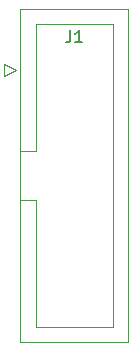
<source format=gbr>
%TF.GenerationSoftware,KiCad,Pcbnew,8.0.0*%
%TF.CreationDate,2024-03-25T14:49:14-05:00*%
%TF.ProjectId,ICD_2x8_16P_ breadboard_breakout,4943445f-3278-4385-9f31-36505f206272,rev?*%
%TF.SameCoordinates,Original*%
%TF.FileFunction,Legend,Top*%
%TF.FilePolarity,Positive*%
%FSLAX46Y46*%
G04 Gerber Fmt 4.6, Leading zero omitted, Abs format (unit mm)*
G04 Created by KiCad (PCBNEW 8.0.0) date 2024-03-25 14:49:14*
%MOMM*%
%LPD*%
G01*
G04 APERTURE LIST*
%ADD10C,0.150000*%
%ADD11C,0.120000*%
G04 APERTURE END LIST*
D10*
X104896666Y-57454819D02*
X104896666Y-58169104D01*
X104896666Y-58169104D02*
X104849047Y-58311961D01*
X104849047Y-58311961D02*
X104753809Y-58407200D01*
X104753809Y-58407200D02*
X104610952Y-58454819D01*
X104610952Y-58454819D02*
X104515714Y-58454819D01*
X105896666Y-58454819D02*
X105325238Y-58454819D01*
X105610952Y-58454819D02*
X105610952Y-57454819D01*
X105610952Y-57454819D02*
X105515714Y-57597676D01*
X105515714Y-57597676D02*
X105420476Y-57692914D01*
X105420476Y-57692914D02*
X105325238Y-57740533D01*
D11*
%TO.C,J1*%
X99280000Y-60340000D02*
X99280000Y-61340000D01*
X99280000Y-61340000D02*
X100280000Y-60840000D01*
X100280000Y-60840000D02*
X99280000Y-60340000D01*
X100670000Y-55630000D02*
X109790000Y-55630000D01*
X100670000Y-67680000D02*
X101980000Y-67680000D01*
X100670000Y-83830000D02*
X100670000Y-55630000D01*
X101980000Y-56930000D02*
X108480000Y-56930000D01*
X101980000Y-67680000D02*
X101980000Y-56930000D01*
X101980000Y-71780000D02*
X100670000Y-71780000D01*
X101980000Y-71780000D02*
X101980000Y-71780000D01*
X101980000Y-82530000D02*
X101980000Y-71780000D01*
X108480000Y-56930000D02*
X108480000Y-82530000D01*
X108480000Y-82530000D02*
X101980000Y-82530000D01*
X109790000Y-55630000D02*
X109790000Y-83830000D01*
X109790000Y-83830000D02*
X100670000Y-83830000D01*
%TD*%
M02*

</source>
